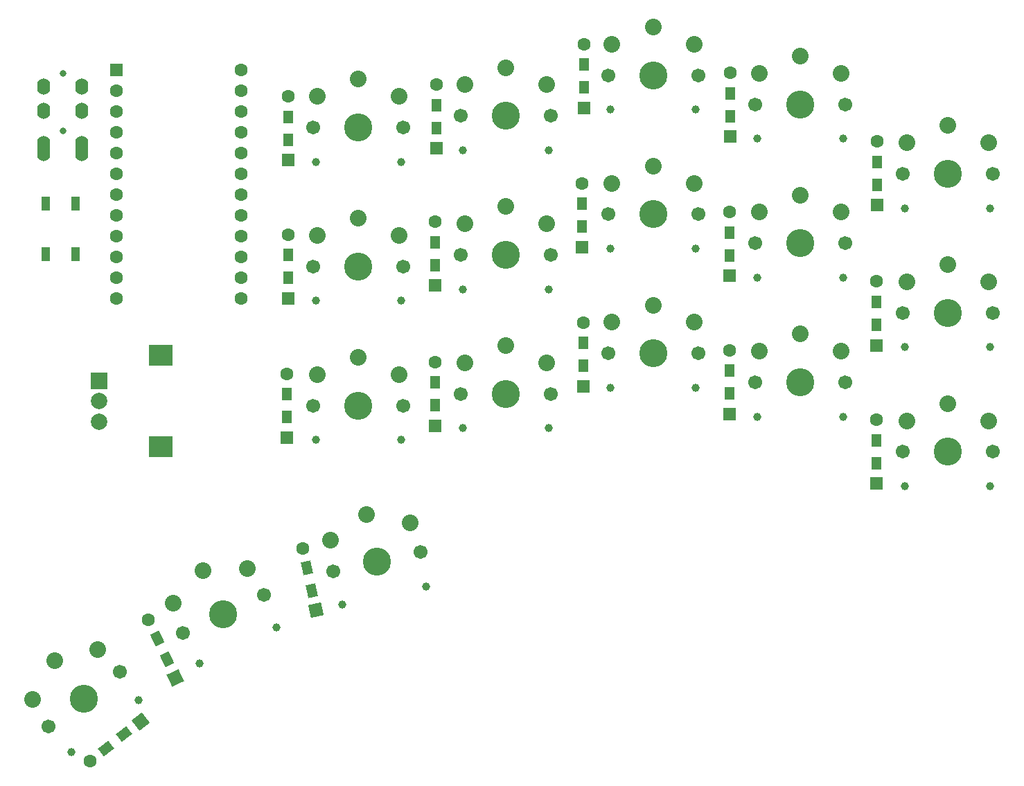
<source format=gbr>
%TF.GenerationSoftware,KiCad,Pcbnew,(5.99.0-11550-g369d813a32)*%
%TF.CreationDate,2021-07-28T17:19:13+05:30*%
%TF.ProjectId,Pteron36v0,50746572-6f6e-4333-9676-302e6b696361,rev?*%
%TF.SameCoordinates,Original*%
%TF.FileFunction,Soldermask,Bot*%
%TF.FilePolarity,Negative*%
%FSLAX46Y46*%
G04 Gerber Fmt 4.6, Leading zero omitted, Abs format (unit mm)*
G04 Created by KiCad (PCBNEW (5.99.0-11550-g369d813a32)) date 2021-07-28 17:19:13*
%MOMM*%
%LPD*%
G01*
G04 APERTURE LIST*
G04 Aperture macros list*
%AMRotRect*
0 Rectangle, with rotation*
0 The origin of the aperture is its center*
0 $1 length*
0 $2 width*
0 $3 Rotation angle, in degrees counterclockwise*
0 Add horizontal line*
21,1,$1,$2,0,0,$3*%
G04 Aperture macros list end*
%ADD10R,1.600000X1.600000*%
%ADD11R,1.200000X1.600000*%
%ADD12C,1.600000*%
%ADD13RotRect,1.600000X1.600000X282.500000*%
%ADD14RotRect,1.600000X1.200000X282.500000*%
%ADD15RotRect,1.600000X1.600000X295.000000*%
%ADD16RotRect,1.600000X1.200000X295.000000*%
%ADD17RotRect,1.600000X1.600000X37.500000*%
%ADD18RotRect,1.600000X1.200000X37.500000*%
%ADD19C,0.800000*%
%ADD20O,1.600000X2.000000*%
%ADD21C,1.701800*%
%ADD22C,3.429000*%
%ADD23C,0.990600*%
%ADD24C,2.032000*%
%ADD25R,2.000000X2.000000*%
%ADD26C,2.000000*%
%ADD27R,3.000000X2.500000*%
%ADD28R,1.100000X1.800000*%
G04 APERTURE END LIST*
D10*
%TO.C,D7*%
X225407000Y-66160328D03*
D11*
X225407000Y-63660328D03*
X225407000Y-60860328D03*
D12*
X225407000Y-58360328D03*
%TD*%
D10*
%TO.C,D8*%
X225280000Y-83305328D03*
D11*
X225280000Y-80805328D03*
D12*
X225280000Y-75505328D03*
D11*
X225280000Y-78005328D03*
%TD*%
%TO.C,D9*%
X225280000Y-97696328D03*
D10*
X225280000Y-100196328D03*
D12*
X225280000Y-92396328D03*
D11*
X225280000Y-94896328D03*
%TD*%
D13*
%TO.C,D10*%
X156844114Y-115724168D03*
D14*
X156303015Y-113283428D03*
X155696985Y-110549800D03*
D12*
X155155886Y-108109060D03*
%TD*%
D11*
%TO.C,D12*%
X207441000Y-55306998D03*
D10*
X207441000Y-57806998D03*
D11*
X207441000Y-52506998D03*
D12*
X207441000Y-50006998D03*
%TD*%
D10*
%TO.C,D13*%
X207314000Y-74824998D03*
D11*
X207314000Y-72324998D03*
D12*
X207314000Y-67024998D03*
D11*
X207314000Y-69524998D03*
%TD*%
D10*
%TO.C,D14*%
X207314000Y-91715998D03*
D11*
X207314000Y-89215998D03*
X207314000Y-86415998D03*
D12*
X207314000Y-83915998D03*
%TD*%
D15*
%TO.C,D15*%
X139648211Y-123951210D03*
D16*
X138591666Y-121685441D03*
X137408334Y-119147779D03*
D12*
X136351789Y-116882010D03*
%TD*%
D10*
%TO.C,D17*%
X189602000Y-54270664D03*
D11*
X189602000Y-51770664D03*
D12*
X189602000Y-46470664D03*
D11*
X189602000Y-48970664D03*
%TD*%
D10*
%TO.C,D18*%
X189348000Y-71288664D03*
D11*
X189348000Y-68788664D03*
X189348000Y-65988664D03*
D12*
X189348000Y-63488664D03*
%TD*%
D10*
%TO.C,D19*%
X189475000Y-88306664D03*
D11*
X189475000Y-85806664D03*
D12*
X189475000Y-80506664D03*
D11*
X189475000Y-83006664D03*
%TD*%
D17*
%TO.C,D20*%
X135351878Y-129350230D03*
D18*
X133368495Y-130872134D03*
X131147105Y-132576666D03*
D12*
X129163722Y-134098570D03*
%TD*%
D11*
%TO.C,D22*%
X171509000Y-56743330D03*
D10*
X171509000Y-59243330D03*
D11*
X171509000Y-53943330D03*
D12*
X171509000Y-51443330D03*
%TD*%
D11*
%TO.C,D23*%
X171382000Y-73507330D03*
D10*
X171382000Y-76007330D03*
D11*
X171382000Y-70707330D03*
D12*
X171382000Y-68207330D03*
%TD*%
D11*
%TO.C,D24*%
X171382000Y-90652330D03*
D10*
X171382000Y-93152330D03*
D12*
X171382000Y-85352330D03*
D11*
X171382000Y-87852330D03*
%TD*%
D10*
%TO.C,D26*%
X153416000Y-60669000D03*
D11*
X153416000Y-58169000D03*
X153416000Y-55369000D03*
D12*
X153416000Y-52869000D03*
%TD*%
D10*
%TO.C,D27*%
X153416000Y-77560000D03*
D11*
X153416000Y-75060000D03*
X153416000Y-72260000D03*
D12*
X153416000Y-69760000D03*
%TD*%
D19*
%TO.C,J1*%
X125870000Y-57068980D03*
X125870000Y-50068980D03*
D20*
X123570000Y-59768980D03*
X128170000Y-58668980D03*
X128170000Y-54668980D03*
X128170000Y-51668980D03*
%TD*%
D21*
%TO.C,SW8*%
X239500000Y-79333328D03*
D22*
X234000000Y-79333328D03*
D23*
X228780000Y-83533328D03*
D21*
X228500000Y-79333328D03*
D23*
X239220000Y-83533328D03*
D24*
X234000000Y-73433328D03*
X229000000Y-75533328D03*
X239000000Y-75533328D03*
%TD*%
D22*
%TO.C,SW9*%
X234000000Y-96333328D03*
D23*
X228780000Y-100533328D03*
D21*
X239500000Y-96333328D03*
D23*
X239220000Y-100533328D03*
D21*
X228500000Y-96333328D03*
D24*
X234000000Y-90433328D03*
X239000000Y-92533328D03*
X229000000Y-92533328D03*
%TD*%
D21*
%TO.C,SW13*%
X210500000Y-70833332D03*
D22*
X216000000Y-70833332D03*
D23*
X221220000Y-75033332D03*
D21*
X221500000Y-70833332D03*
D23*
X210780000Y-75033332D03*
D24*
X216000000Y-64933332D03*
X211000000Y-67033332D03*
X221000000Y-67033332D03*
%TD*%
D23*
%TO.C,SW14*%
X221220000Y-92033332D03*
D21*
X210500000Y-87833332D03*
D22*
X216000000Y-87833332D03*
D23*
X210780000Y-92033332D03*
D21*
X221500000Y-87833332D03*
D24*
X216000000Y-81933332D03*
X221000000Y-84033332D03*
X211000000Y-84033332D03*
%TD*%
D23*
%TO.C,SW15*%
X152005923Y-117767037D03*
D21*
X150484693Y-113842212D03*
X140515307Y-118491012D03*
D22*
X145500000Y-116166612D03*
D23*
X142544070Y-122179172D03*
D24*
X143006552Y-110819396D03*
X139362512Y-114835734D03*
X148425590Y-110609551D03*
%TD*%
D23*
%TO.C,SW20*%
X135171302Y-126697149D03*
D21*
X124109757Y-129890988D03*
D23*
X126888694Y-133052619D03*
D22*
X128473200Y-126542800D03*
D21*
X132836643Y-123194612D03*
D24*
X124881508Y-121862015D03*
X122193140Y-126571864D03*
X130126673Y-120484250D03*
%TD*%
D21*
%TO.C,SW22*%
X185500000Y-55249998D03*
X174500000Y-55249998D03*
D22*
X180000000Y-55249998D03*
D23*
X185220000Y-59449998D03*
X174780000Y-59449998D03*
D24*
X180000000Y-49349998D03*
X175000000Y-51449998D03*
X185000000Y-51449998D03*
%TD*%
D21*
%TO.C,SW23*%
X185500000Y-72249998D03*
D23*
X185220000Y-76449998D03*
D22*
X180000000Y-72249998D03*
D23*
X174780000Y-76449998D03*
D21*
X174500000Y-72249998D03*
D24*
X180000000Y-66349998D03*
X175000000Y-68449998D03*
X185000000Y-68449998D03*
%TD*%
D23*
%TO.C,SW24*%
X174780000Y-93449998D03*
X185220000Y-93449998D03*
D21*
X174500000Y-89249998D03*
X185500000Y-89249998D03*
D22*
X180000000Y-89249998D03*
D24*
X180000000Y-83349998D03*
X175000000Y-85449998D03*
X185000000Y-85449998D03*
%TD*%
D21*
%TO.C,SW26*%
X156500000Y-56666664D03*
D23*
X167220000Y-60866664D03*
X156780000Y-60866664D03*
D22*
X162000000Y-56666664D03*
D21*
X167500000Y-56666664D03*
D24*
X162000000Y-50766664D03*
X167000000Y-52866664D03*
X157000000Y-52866664D03*
%TD*%
D23*
%TO.C,SW27*%
X156780000Y-77866664D03*
X167220000Y-77866664D03*
D21*
X167500000Y-73666664D03*
D22*
X162000000Y-73666664D03*
D21*
X156500000Y-73666664D03*
D24*
X162000000Y-67766664D03*
X157000000Y-69866664D03*
X167000000Y-69866664D03*
%TD*%
D22*
%TO.C,SW28*%
X162000000Y-90666664D03*
D23*
X167220000Y-94866664D03*
D21*
X167500000Y-90666664D03*
X156500000Y-90666664D03*
D23*
X156780000Y-94866664D03*
D24*
X162000000Y-84766664D03*
X157000000Y-86866664D03*
X167000000Y-86866664D03*
%TD*%
D10*
%TO.C,U1*%
X132461000Y-49657000D03*
D12*
X132461000Y-52197000D03*
X132461000Y-54737000D03*
X132461000Y-57277000D03*
X132461000Y-59817000D03*
X132461000Y-62357000D03*
X132461000Y-64897000D03*
X132461000Y-67437000D03*
X132461000Y-69977000D03*
X132461000Y-72517000D03*
X132461000Y-75057000D03*
X132461000Y-77597000D03*
X147701000Y-77597000D03*
X147701000Y-75057000D03*
X147701000Y-72517000D03*
X147701000Y-69977000D03*
X147701000Y-67437000D03*
X147701000Y-64897000D03*
X147701000Y-62357000D03*
X147701000Y-59817000D03*
X147701000Y-57277000D03*
X147701000Y-54737000D03*
X147701000Y-52197000D03*
X147701000Y-49657000D03*
%TD*%
D21*
%TO.C,SW7*%
X228500000Y-62333328D03*
D23*
X228780000Y-66533328D03*
D21*
X239500000Y-62333328D03*
D23*
X239220000Y-66533328D03*
D22*
X234000000Y-62333328D03*
D24*
X234000000Y-56433328D03*
X229000000Y-58533328D03*
X239000000Y-58533328D03*
%TD*%
D23*
%TO.C,SW12*%
X210780000Y-58033332D03*
X221220000Y-58033332D03*
D21*
X210500000Y-53833332D03*
D22*
X216000000Y-53833332D03*
D21*
X221500000Y-53833332D03*
D24*
X216000000Y-47933332D03*
X221000000Y-50033332D03*
X211000000Y-50033332D03*
%TD*%
D10*
%TO.C,D28*%
X153289000Y-94578000D03*
D11*
X153289000Y-92078000D03*
D12*
X153289000Y-86778000D03*
D11*
X153289000Y-89278000D03*
%TD*%
D23*
%TO.C,SW17*%
X203220000Y-54491667D03*
X192780000Y-54491667D03*
D22*
X198000000Y-50291667D03*
D21*
X203500000Y-50291667D03*
X192500000Y-50291667D03*
D24*
X198000000Y-44391667D03*
X203000000Y-46491667D03*
X193000000Y-46491667D03*
%TD*%
D23*
%TO.C,SW19*%
X203220000Y-88491667D03*
D22*
X198000000Y-84291667D03*
D21*
X203500000Y-84291667D03*
D23*
X192780000Y-88491667D03*
D21*
X192500000Y-84291667D03*
D24*
X198000000Y-78391667D03*
X203000000Y-80491667D03*
X193000000Y-80491667D03*
%TD*%
D21*
%TO.C,SW18*%
X192500000Y-67291667D03*
D22*
X198000000Y-67291667D03*
D21*
X203500000Y-67291667D03*
D23*
X203220000Y-71491667D03*
X192780000Y-71491667D03*
D24*
X198000000Y-61391667D03*
X203000000Y-63491667D03*
X193000000Y-63491667D03*
%TD*%
D23*
%TO.C,SW10*%
X160062781Y-115021873D03*
D21*
X169619628Y-108601197D03*
D22*
X164250000Y-109791615D03*
D23*
X170255312Y-112762243D03*
D21*
X158880372Y-110982033D03*
D24*
X162973006Y-104031469D03*
X168309010Y-104999492D03*
X158546049Y-107163888D03*
%TD*%
D25*
%TO.C,EN_1*%
X130302000Y-87630000D03*
D26*
X130302000Y-92630000D03*
X130302000Y-90130000D03*
D27*
X137802000Y-95730000D03*
X137802000Y-84530000D03*
%TD*%
D19*
%TO.C,J2*%
X125870000Y-57068980D03*
X125870000Y-50068980D03*
D20*
X128170000Y-59768980D03*
X123570000Y-58668980D03*
X123570000Y-54668980D03*
X123570000Y-51668980D03*
%TD*%
D28*
%TO.C,RST2*%
X127453000Y-72188000D03*
X127453000Y-65988000D03*
X123753000Y-65988000D03*
X123753000Y-72188000D03*
%TD*%
M02*

</source>
